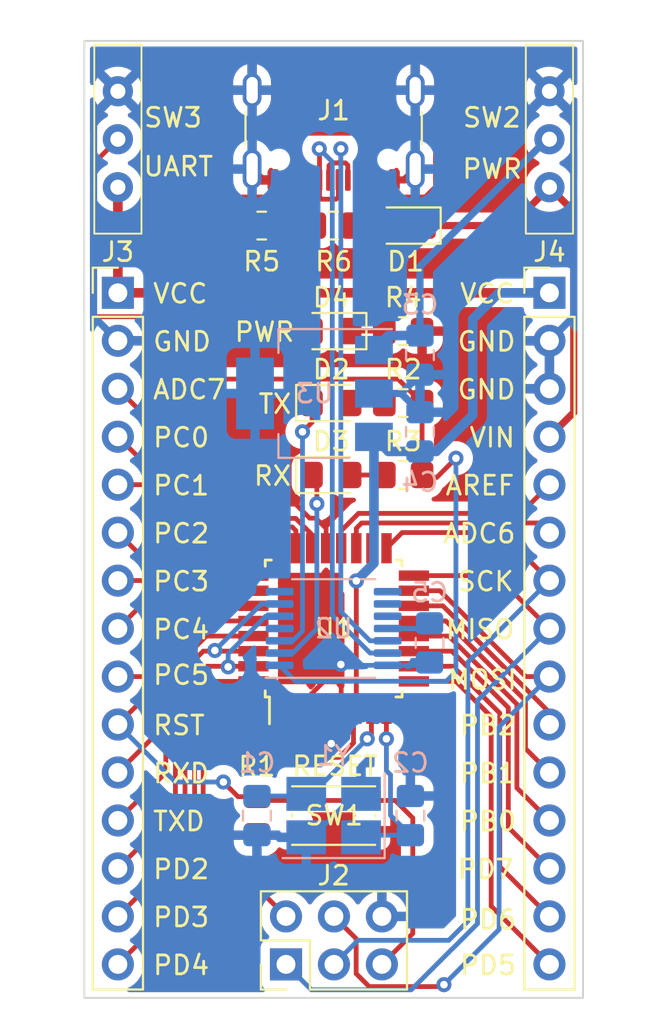
<source format=kicad_pcb>
(kicad_pcb (version 20221018) (generator pcbnew)
  (layers (0 "F.Cu" signal) (31 "B.Cu" signal) (34 "B.Paste" user) (35 "F.Paste" user) (36 "B.SilkS" user "B.Silkscreen") (37 "F.SilkS" user "F.Silkscreen") (38 "B.Mask" user) (39 "F.Mask" user) (44 "Edge.Cuts" user))
  (net 0 "")
  (net 1 "GND")
  (net 2 "Net-(U1-XTAL1{slash}PB6)")
  (net 3 "Net-(U1-XTAL2{slash}PB7)")
  (net 4 "Net-(SW2-B)")
  (net 5 "+3.3V")
  (net 6 "Net-(U2-VUSB)")
  (net 7 "/VIN")
  (net 8 "/VBUS")
  (net 9 "Net-(D2-K)")
  (net 10 "Net-(D2-A)")
  (net 11 "Net-(D3-K)")
  (net 12 "Net-(D3-A)")
  (net 13 "Net-(D4-K)")
  (net 14 "Net-(J1-CC1)")
  (net 15 "/D+")
  (net 16 "/D-")
  (net 18 "Net-(J1-CC2)")
  (net 20 "/MISO")
  (net 21 "/SCK")
  (net 22 "/MOSI")
  (net 23 "/RST")
  (net 24 "/VDD_UART")
  (net 25 "/PD3")
  (net 26 "/PD4")
  (net 27 "/PD5")
  (net 28 "/PD6")
  (net 29 "/PD7")
  (net 30 "/PB0")
  (net 31 "/PB1")
  (net 32 "/PB2")
  (net 33 "/ADC6")
  (net 34 "/AREF")
  (net 35 "/ADC7")
  (net 36 "/PC0")
  (net 37 "/PC1")
  (net 38 "/PC2")
  (net 39 "/PC3")
  (net 40 "/PC4")
  (net 41 "/PC5")
  (net 42 "/RXD")
  (net 43 "/TXD")
  (net 44 "/PD2")
  (footprint "Resistor_SMD:R_0805_2012Metric_Pad1.20x1.40mm_HandSolder" (layer "F.Cu") (at 163.83 87.884 180)
    (fp_text reference "R6")
    (fp_text value "5K1")
  )
  (footprint "Resistor_SMD:R_0805_2012Metric_Pad1.20x1.40mm_HandSolder" (layer "F.Cu") (at 167.513 101.092)
    (fp_text reference "R3")
    (fp_text value "470R")
  )
  (footprint "LED_SMD:LED_0805_2012Metric_Pad1.15x1.40mm_HandSolder" (layer "F.Cu") (at 163.703 93.472 180)
    (fp_text reference "D4")
    (fp_text value "LED_RED")
  )
  (footprint "Resistor_SMD:R_0805_2012Metric_Pad1.20x1.40mm_HandSolder" (layer "F.Cu") (at 160.02 87.884 180)
    (fp_text reference "R5")
    (fp_text value "5K1")
  )
  (footprint "Connector_PinHeader_2.54mm:PinHeader_1x15_P2.54mm_Vertical" (layer "F.Cu") (at 175.26 91.445)
    (fp_text reference "J4")
    (fp_text value "Conn_01x15_Pin")
  )
  (footprint "Connector_PinHeader_2.54mm:PinHeader_2x03_P2.54mm_Vertical" (layer "F.Cu") (at 161.305 127.005 90)
    (fp_text reference "J2")
    (fp_text value "AVR-ISP-6")
  )
  (footprint "LED_SMD:LED_0805_2012Metric_Pad1.15x1.40mm_HandSolder" (layer "F.Cu") (at 163.703 97.282)
    (fp_text reference "D2")
    (fp_text value "YELLOW")
  )
  (footprint "Resistor_SMD:R_0805_2012Metric_Pad1.20x1.40mm_HandSolder" (layer "F.Cu") (at 159.766 119.126 90)
    (fp_text reference "R1")
    (fp_text value "10K")
  )
  (footprint "Resistor_SMD:R_0805_2012Metric_Pad1.20x1.40mm_HandSolder" (layer "F.Cu") (at 167.513 93.472)
    (fp_text reference "R4")
    (fp_text value "470R")
  )
  (footprint "LED_SMD:LED_0805_2012Metric_Pad1.15x1.40mm_HandSolder" (layer "F.Cu") (at 163.703 101.092)
    (fp_text reference "D3")
    (fp_text value "YELLOW")
  )
  (footprint "Button_Switch_SMD:SW_Push_1P1T_NO_CK_KMR2" (layer "F.Cu") (at 163.83 119.126)
    (fp_text reference "SW1")
    (fp_text value "Pushbutton")
  )
  (footprint "devboard:slide_switch" (layer "F.Cu") (at 152.4 83.312 90)
    (fp_text reference "SW3")
    (fp_text value "SPDT")
  )
  (footprint "devboard:slide_switch" (layer "F.Cu") (at 175.26 83.312 90)
    (fp_text reference "SW2")
    (fp_text value "SPDT")
  )
  (footprint "Connector_PinHeader_2.54mm:PinHeader_1x15_P2.54mm_Vertical" (layer "F.Cu") (at 152.4 91.445)
    (fp_text reference "J3")
    (fp_text value "Conn_01x15_Pin")
  )
  (footprint "Resistor_SMD:R_0805_2012Metric_Pad1.20x1.40mm_HandSolder" (layer "F.Cu") (at 167.513 97.282)
    (fp_text reference "R2")
    (fp_text value "470R")
  )
  (footprint "Package_QFP:TQFP-32_7x7mm_P0.8mm" (layer "F.Cu") (at 163.83 109.22 90)
    (fp_text reference "U1")
    (fp_text value "ATmega328P-A")
  )
  (footprint "Diode_SMD:D_0805_2012Metric_Pad1.15x1.40mm_HandSolder" (layer "F.Cu") (at 167.64 87.884 180)
    (fp_text reference "D1")
    (fp_text value "D_Schottky")
  )
  (footprint "Connector_USB:USB_C_Receptacle_GCT_USB4105-xx-A_16P_TopMnt_Horizontal" (layer "F.Cu") (at 163.83 81.788 180)
    (fp_text reference "J1")
    (fp_text value "USB_C_Receptacle_USB2.0_16P")
  )
  (footprint "Package_SO:TSSOP-14_4.4x5mm_P0.65mm" (layer "B.Cu") (at 163.83 109.22)
    (fp_text reference "U2")
    (fp_text value "MCP2221A-I/ST")
  )
  (footprint "Crystal:Crystal_SMD_3225-4Pin_3.2x2.5mm_HandSoldering" (layer "B.Cu") (at 163.83 119.126 180)
    (fp_text reference "Y1")
    (fp_text value "Crystal_GND24")
  )
  (footprint "Package_TO_SOT_SMD:SOT-223-3_TabPin2" (layer "B.Cu") (at 162.814 96.774 180)
    (fp_text reference "U3")
    (fp_text value "MCP1825S")
  )
  (footprint "Capacitor_SMD:C_0805_2012Metric_Pad1.18x1.45mm_HandSolder" (layer "B.Cu") (at 167.894 119.126 -90)
    (fp_text reference "C2")
    (fp_text value "10pF")
  )
  (footprint "Capacitor_SMD:C_0805_2012Metric_Pad1.18x1.45mm_HandSolder" (layer "B.Cu") (at 168.402 94.742 -90)
    (fp_text reference "C3")
    (fp_text value "4.7uF")
  )
  (footprint "Capacitor_SMD:C_0805_2012Metric_Pad1.18x1.45mm_HandSolder" (layer "B.Cu") (at 168.402 98.806 -90)
    (fp_text reference "C4")
    (fp_text value "4.7uF")
  )
  (footprint "Capacitor_SMD:C_0805_2012Metric_Pad1.18x1.45mm_HandSolder" (layer "B.Cu") (at 159.766 119.126 90)
    (fp_text reference "C1")
    (fp_text value "10pF")
  )
  (footprint "Capacitor_SMD:C_0805_2012Metric_Pad1.18x1.45mm_HandSolder" (layer "B.Cu") (at 168.91 109.982 90)
    (fp_text reference "C5")
    (fp_text value "1uF")
  )
  (gr_rect (start 150.622 78.105) (end 177.038 128.778) (stroke (width 0.1)) (fill none) (layer "Edge.Cuts"))
  (gr_text "VCC" (at 170.434 92.075) (layer "F.SilkS") (effects (font (size 1 1)) (justify left bottom)))
  (gr_text "GND" (at 154.178 94.615) (layer "F.SilkS") (effects (font (size 1 1)) (justify left bottom)))
  (gr_text "PC3" (at 154.178 107.315) (layer "F.SilkS") (effects (font (size 1 1)) (justify left bottom)))
  (gr_text "MOSI" (at 169.799 112.522) (layer "F.SilkS") (effects (font (size 1 1)) (justify left bottom)))
  (gr_text "AREF" (at 169.672 102.235) (layer "F.SilkS") (effects (font (size 1 1)) (justify left bottom)))
  (gr_text "PD6" (at 170.434 125.222) (layer "F.SilkS") (effects (font (size 1 1)) (justify left bottom)))
  (gr_text "PB1" (at 170.434 117.475) (layer "F.SilkS") (effects (font (size 1 1)) (justify left bottom)))
  (gr_text "PC2" (at 154.178 104.775) (layer "F.SilkS") (effects (font (size 1 1)) (justify left bottom)))
  (gr_text "RX" (at 159.512 101.727) (layer "F.SilkS") (effects (font (size 1 1)) (justify left bottom)))
  (gr_text "PD3" (at 154.178 125.095) (layer "F.SilkS") (effects (font (size 1 1)) (justify left bottom)))
  (gr_text "PD2" (at 154.178 122.555) (layer "F.SilkS") (effects (font (size 1 1)) (justify left bottom)))
  (gr_text "ADC7" (at 154.178 97.155) (layer "F.SilkS") (effects (font (size 1 1)) (justify left bottom)))
  (gr_text "VCC" (at 154.178 92.075) (layer "F.SilkS") (effects (font (size 1 1)) (justify left bottom)))
  (gr_text "PC1" (at 154.178 102.235) (layer "F.SilkS") (effects (font (size 1 1)) (justify left bottom)))
  (gr_text "PB0" (at 170.434 120.015) (layer "F.SilkS") (effects (font (size 1 1)) (justify left bottom)))
  (gr_text "MISO" (at 169.672 109.855) (layer "F.SilkS") (effects (font (size 1 1)) (justify left bottom)))
  (gr_text "PWR" (at 158.496 94.107) (layer "F.SilkS") (effects (font (size 1 1)) (justify left bottom)))
  (gr_text "ADC6" (at 169.545 104.775) (layer "F.SilkS") (effects (font (size 1 1)) (justify left bottom)))
  (gr_text "PD4" (at 154.178 127.635) (layer "F.SilkS") (effects (font (size 1 1)) (justify left bottom)))
  (gr_text "PC5" (at 154.178 112.268) (layer "F.SilkS") (effects (font (size 1 1)) (justify left bottom)))
  (gr_text "GND" (at 170.307 94.615) (layer "F.SilkS") (effects (font (size 1 1)) (justify left bottom)))
  (gr_text "UART" (at 153.67 85.344) (layer "F.SilkS") (effects (font (size 1 1)) (justify left bottom)))
  (gr_text "PB2" (at 170.434 114.935) (layer "F.SilkS") (effects (font (size 1 1)) (justify left bottom)))
  (gr_text "PD5" (at 170.434 127.635) (layer "F.SilkS") (effects (font (size 1 1)) (justify left bottom)))
  (gr_text "PD7" (at 170.307 122.555) (layer "F.SilkS") (effects (font (size 1 1)) (justify left bottom)))
  (gr_text "GND" (at 170.307 97.155) (layer "F.SilkS") (effects (font (size 1 1)) (justify left bottom)))
  (gr_text "TX" (at 159.766 97.917) (layer "F.SilkS") (effects (font (size 1 1)) (justify left bottom)))
  (gr_text "TXD" (at 154.178 120.015) (layer "F.SilkS") (effects (font (size 1 1)) (justify left bottom)))
  (gr_text "RST" (at 154.178 114.935) (layer "F.SilkS") (effects (font (size 1 1)) (justify left bottom)))
  (gr_text "RXD" (at 154.178 117.475) (layer "F.SilkS") (effects (font (size 1 1)) (justify left bottom)))
  (gr_text "SCK" (at 170.307 107.315) (layer "F.SilkS") (effects (font (size 1 1)) (justify left bottom)))
  (gr_text "VIN" (at 170.942 99.695) (layer "F.SilkS") (effects (font (size 1 1)) (justify left bottom)))
  (gr_text "PWR" (at 170.561 85.471) (layer "F.SilkS") (effects (font (size 1 1)) (justify left bottom)))
  (gr_text "PC0" (at 154.178 99.695) (layer "F.SilkS") (effects (font (size 1 1)) (justify left bottom)))
  (gr_text "RESET" (at 161.544 117.094) (layer "F.SilkS") (effects (font (size 1 1)) (justify left bottom)))
  (gr_text "PC4" (at 154.178 109.855) (layer "F.SilkS") (effects (font (size 1 1)) (justify left bottom)))
  (segment (start 164.23 113.47) (end 164.23 114.789) (width 0.25) (layer "F.Cu") (net 1))
  (segment (start 162.888 103.378) (end 162.56 103.378) (width 0.25) (layer "F.Cu") (net 1))
  (segment (start 162.63 113.47) (end 162.63 112.706) (width 0.25) (layer "F.Cu") (net 1))
  (segment (start 167.575 85.468) (end 168.15 84.893) (width 0.381) (layer "F.Cu") (net 1))
  (segment (start 164.23 111.144) (end 164.211 111.125) (width 0.25) (layer "F.Cu") (net 1))
  (segment (start 164.23 113.47) (end 164.23 111.144) (width 0.25) (layer "F.Cu") (net 1))
  (segment (start 160.085 85.468) (end 159.51 84.893) (width 0.381) (layer "F.Cu") (net 1))
  (segment (start 163.43 103.92) (end 162.888 103.378) (width 0.25) (layer "F.Cu") (net 1))
  (segment (start 163.43 104.97) (end 163.43 103.92) (width 0.25) (layer "F.Cu") (net 1))
  (segment (start 160.63 85.468) (end 160.085 85.468) (width 0.381) (layer "F.Cu") (net 1))
  (segment (start 162.63 112.706) (end 164.211 111.125) (width 0.25) (layer "F.Cu") (net 1))
  (segment (start 162.56 103.378) (end 161.544 102.362) (width 0.25) (layer "F.Cu") (net 1))
  (segment (start 164.23 114.789) (end 163.703 115.316) (width 0.25) (layer "F.Cu") (net 1))
  (segment (start 167.03 85.468) (end 167.575 85.468) (width 0.381) (layer "F.Cu") (net 1))
  (via (at 164.211 111.125) (size 0.8) (drill 0.4) (layers "F.Cu" "B.Cu") (net 1))
  (via (at 163.703 115.316) (size 0.8) (drill 0.4) (layers "F.Cu" "B.Cu") (net 1))
  (segment (start 151.1125 82.0595) (end 151.1125 92.6975) (width 0.381) (layer "B.Cu") (net 1))
  (segment (start 176.5475 82.0595) (end 176.5475 92.6975) (width 0.381) (layer "B.Cu") (net 1))
  (segment (start 162.68 120.276) (end 162.38 120.276) (width 0.25) (layer "B.Cu") (net 1))
  (segment (start 164.256 111.17) (end 166.6925 111.17) (width 0.25) (layer "B.Cu") (net 1))
  (segment (start 165.964 96.774) (end 167.4075 96.774) (width 0.381) (layer "B.Cu") (net 1))
  (segment (start 168.7595 111.17) (end 168.91 111.0195) (width 0.254) (layer "B.Cu") (net 1))
  (segment (start 175.26 80.772) (end 176.5475 82.0595) (width 0.381) (layer "B.Cu") (net 1))
  (segment (start 164.98 117.976) (end 162.68 120.276) (width 0.25) (layer "B.Cu") (net 1))
  (segment (start 167.4075 96.774) (end 168.402 97.7685) (width 0.381) (layer "B.Cu") (net 1))
  (segment (start 166.6925 111.17) (end 168.7595 111.17) (width 0.254) (layer "B.Cu") (net 1))
  (segment (start 176.5475 92.6975) (end 175.26 93.985) (width 0.381) (layer "B.Cu") (net 1))
  (segment (start 165.28 117.976) (end 164.98 117.976) (width 0.25) (layer "B.Cu") (net 1))
  (segment (start 164.211 111.125) (end 164.256 111.17) (width 0.25) (layer "B.Cu") (net 1))
  (segment (start 167.4075 96.774) (end 168.402 95.7795) (width 0.381) (layer "B.Cu") (net 1))
  (segment (start 151.1125 92.6975) (end 152.4 93.985) (width 0.381) (layer "B.Cu") (net 1))
  (segment (start 152.4 80.772) (end 151.1125 82.0595) (width 0.381) (layer "B.Cu") (net 1))
  (segment (start 165.83 114.84) (end 165.83 113.47) (width 0.254) (layer "F.Cu") (net 2))
  (segment (start 165.608 115.062) (end 165.83 114.84) (width 0.254) (layer "F.Cu") (net 2))
  (via (at 165.608 115.062) (size 0.8) (drill 0.4) (layers "F.Cu" "B.Cu") (net 2))
  (segment (start 162.2675 118.0885) (end 162.38 117.976) (width 0.254) (layer "B.Cu") (net 2))
  (segment (start 159.766 118.0885) (end 162.2675 118.0885) (width 0.254) (layer "B.Cu") (net 2))
  (segment (start 162.694 117.976) (end 162.38 117.976) (width 0.254) (layer "B.Cu") (net 2))
  (segment (start 165.608 115.062) (end 162.694 117.976) (width 0.254) (layer "B.Cu") (net 2))
  (segment (start 166.624 113.476) (end 166.63 113.47) (width 0.254) (layer "F.Cu") (net 3))
  (segment (start 166.624 115.062) (end 166.624 113.476) (width 0.254) (layer "F.Cu") (net 3))
  (via (at 166.624 115.062) (size 0.8) (drill 0.4) (layers "F.Cu" "B.Cu") (net 3))
  (segment (start 166.624 116.749) (end 166.842 116.967) (width 0.254) (layer "B.Cu") (net 3))
  (segment (start 166.842 116.967) (end 166.842 119.1115) (width 0.254) (layer "B.Cu") (net 3))
  (segment (start 166.842 119.1115) (end 167.894 120.1635) (width 0.254) (layer "B.Cu") (net 3))
  (segment (start 165.3925 120.1635) (end 165.28 120.276) (width 0.254) (layer "B.Cu") (net 3))
  (segment (start 166.624 115.062) (end 166.624 116.749) (width 0.254) (layer "B.Cu") (net 3))
  (segment (start 167.894 120.1635) (end 165.3925 120.1635) (width 0.254) (layer "B.Cu") (net 3))
  (segment (start 175.133 83.312) (end 168.402 90.043) (width 0.381) (layer "B.Cu") (net 4))
  (segment (start 168.402 90.043) (end 168.402 93.7045) (width 0.381) (layer "B.Cu") (net 4))
  (segment (start 166.7335 93.7045) (end 165.964 94.474) (width 0.508) (layer "B.Cu") (net 4))
  (segment (start 175.26 83.312) (end 175.133 83.312) (width 0.381) (layer "B.Cu") (net 4))
  (segment (start 168.402 93.7045) (end 166.7335 93.7045) (width 0.508) (layer "B.Cu") (net 4))
  (segment (start 157.464 120.126) (end 159.766 120.126) (width 0.254) (layer "F.Cu") (net 5))
  (segment (start 164.119 116.043) (end 164.881 115.281) (width 0.254) (layer "F.Cu") (net 5))
  (segment (start 162.433 115.062) (end 162.433 115.074134) (width 0.254) (layer "F.Cu") (net 5))
  (segment (start 162.433 115.074134) (end 163.401866 116.043) (width 0.254) (layer "F.Cu") (net 5))
  (segment (start 164.881 115.281) (end 164.881 113.619) (width 0.254) (layer "F.Cu") (net 5))
  (segment (start 152.4 91.445) (end 162.687 91.445) (width 0.508) (layer "F.Cu") (net 5))
  (segment (start 162.687 91.445) (end 162.678 91.454) (width 0.508) (layer "F.Cu") (net 5))
  (segment (start 163.43 114.524) (end 162.892 115.062) (width 0.254) (layer "F.Cu") (net 5))
  (segment (start 164.881 113.619) (end 165.03 113.47) (width 0.254) (layer "F.Cu") (net 5))
  (segment (start 156.918 115.624) (end 156.918 119.58) (width 0.254) (layer "F.Cu") (net 5))
  (segment (start 162.687 91.445) (end 175.26 91.445) (width 0.508) (layer "F.Cu") (net 5))
  (segment (start 165.03 110.236) (end 165.03 108.458) (width 0.254) (layer "F.Cu") (net 5))
  (segment (start 157.48 115.062) (end 156.918 115.624) (width 0.254) (layer "F.Cu") (net 5))
  (segment (start 152.4 85.852) (end 152.4 91.445) (width 0.508) (layer "F.Cu") (net 5))
  (segment (start 165.03 106.699) (end 165.83 105.899) (width 0.254) (layer "F.Cu") (net 5))
  (segment (start 165.03 108.458) (end 165.03 106.699) (width 0.254) (layer "F.Cu") (net 5))
  (segment (start 163.43 113.47) (end 163.43 114.524) (width 0.254) (layer "F.Cu") (net 5))
  (segment (start 162.433 115.062) (end 157.48 115.062) (width 0.254) (layer "F.Cu") (net 5))
  (segment (start 163.401866 116.043) (end 164.119 116.043) (width 0.254) (layer "F.Cu") (net 5))
  (segment (start 165.03 113.47) (end 165.03 110.236) (width 0.254) (layer "F.Cu") (net 5))
  (segment (start 162.892 115.062) (end 162.433 115.062) (width 0.254) (layer "F.Cu") (net 5))
  (segment (start 162.678 91.454) (end 162.678 93.472) (width 0.508) (layer "F.Cu") (net 5))
  (segment (start 156.918 119.58) (end 157.464 120.126) (width 0.254) (layer "F.Cu") (net 5))
  (segment (start 159.766 122.926) (end 161.305 124.465) (width 0.254) (layer "F.Cu") (net 5))
  (segment (start 159.766 120.126) (end 159.766 122.926) (width 0.254) (layer "F.Cu") (net 5))
  (segment (start 165.83 105.899) (end 165.83 104.97) (width 0.254) (layer "F.Cu") (net 5))
  (via (at 165.03 106.699) (size 0.8) (drill 0.4) (layers "F.Cu" "B.Cu") (net 5))
  (segment (start 168.402 99.8435) (end 166.7335 99.8435) (width 0.508) (layer "B.Cu") (net 5))
  (segment (start 165.964 99.074) (end 165.964 105.765) (width 0.508) (layer "B.Cu") (net 5))
  (segment (start 166.7335 99.8435) (end 165.964 99.074) (width 0.508) (layer "B.Cu") (net 5))
  (segment (start 172.588 91.445) (end 175.26 91.445) (width 0.508) (layer "B.Cu") (net 5))
  (segment (start 169.2695 99.8435) (end 171.196 97.917) (width 0.508) (layer "B.Cu") (net 5))
  (segment (start 165.964 105.765) (end 165.03 106.699) (width 0.508) (layer "B.Cu") (net 5))
  (segment (start 171.196 97.917) (end 171.196 92.837) (width 0.508) (layer "B.Cu") (net 5))
  (segment (start 171.196 92.837) (end 172.588 91.445) (width 0.508) (layer "B.Cu") (net 5))
  (segment (start 168.402 99.8435) (end 169.2695 99.8435) (width 0.508) (layer "B.Cu") (net 5))
  (segment (start 168.6345 109.22) (end 166.6925 109.22) (width 0.254) (layer "B.Cu") (net 6))
  (segment (start 168.91 108.9445) (end 168.6345 109.22) (width 0.254) (layer "B.Cu") (net 6))
  (segment (start 168.665 87.884) (end 173.228 87.884) (width 0.381) (layer "F.Cu") (net 7))
  (segment (start 176.5475 97.7775) (end 175.26 99.065) (width 0.381) (layer "F.Cu") (net 7))
  (segment (start 176.5475 87.1395) (end 176.5475 97.7775) (width 0.381) (layer "F.Cu") (net 7))
  (segment (start 175.26 85.852) (end 176.5475 87.1395) (width 0.381) (layer "F.Cu") (net 7))
  (segment (start 173.228 87.884) (end 175.26 85.852) (width 0.381) (layer "F.Cu") (net 7))
  (segment (start 166.23 87.499) (end 166.615 87.884) (width 0.381) (layer "F.Cu") (net 8))
  (segment (start 166.23 86.042999) (end 166.23 85.468) (width 0.381) (layer "F.Cu") (net 8))
  (segment (start 161.43 85.468) (end 161.43 86.042999) (width 0.381) (layer "F.Cu") (net 8))
  (segment (start 161.43 86.042999) (end 161.039499 86.4335) (width 0.381) (layer "F.Cu") (net 8))
  (segment (start 169.291 83.693) (end 169.291 85.852) (width 0.381) (layer "F.Cu") (net 8))
  (segment (start 161.039499 86.4335) (end 158.8235 86.4335) (width 0.381) (layer "F.Cu") (net 8))
  (segment (start 169.291 85.852) (end 168.7095 86.4335) (width 0.381) (layer "F.Cu") (net 8))
  (segment (start 158.8235 86.4335) (end 158.242 85.852) (width 0.381) (layer "F.Cu") (net 8))
  (segment (start 158.242 85.852) (end 158.242 83.693) (width 0.381) (layer "F.Cu") (net 8))
  (segment (start 159.004 82.931) (end 168.529 82.931) (width 0.381) (layer "F.Cu") (net 8))
  (segment (start 166.23 85.468) (end 166.23 87.499) (width 0.381) (layer "F.Cu") (net 8))
  (segment (start 168.529 82.931) (end 169.291 83.693) (width 0.381) (layer "F.Cu") (net 8))
  (segment (start 158.242 83.693) (end 159.004 82.931) (width 0.381) (layer "F.Cu") (net 8))
  (segment (start 166.620501 86.4335) (end 166.23 86.042999) (width 0.381) (layer "F.Cu") (net 8))
  (segment (start 168.7095 86.4335) (end 166.620501 86.4335) (width 0.381) (layer "F.Cu") (net 8))
  (segment (start 162.179 98.806) (end 162.687 98.298) (width 0.254) (layer "F.Cu") (net 9))
  (segment (start 162.687 98.298) (end 162.687 97.291) (width 0.254) (layer "F.Cu") (net 9))
  (segment (start 162.687 97.291) (end 162.678 97.282) (width 0.254) (layer "F.Cu") (net 9))
  (via (at 162.179 98.806) (size 0.8) (drill 0.4) (layers "F.Cu" "B.Cu") (net 9))
  (segment (start 162.179 98.806) (end 162.179 109.35264) (width 0.254) (layer "B.Cu") (net 9))
  (segment (start 162.179 109.35264) (end 161.66164 109.87) (width 0.254) (layer "B.Cu") (net 9))
  (segment (start 161.66164 109.87) (end 160.9675 109.87) (width 0.254) (layer "B.Cu") (net 9))
  (segment (start 166.513 97.282) (end 164.728 97.282) (width 0.254) (layer "F.Cu") (net 10))
  (segment (start 162.941 102.616) (end 162.941 101.355) (width 0.254) (layer "F.Cu") (net 11))
  (segment (start 162.941 101.355) (end 162.678 101.092) (width 0.254) (layer "F.Cu") (net 11))
  (via (at 162.941 102.616) (size 0.8) (drill 0.4) (layers "F.Cu" "B.Cu") (net 11))
  (segment (start 162.032 110.14964) (end 162.032 110.141693) (width 0.254) (layer "B.Cu") (net 11))
  (segment (start 161.66164 110.52) (end 162.032 110.14964) (width 0.254) (layer "B.Cu") (net 11))
  (segment (start 162.941 109.232693) (end 162.941 102.616) (width 0.254) (layer "B.Cu") (net 11))
  (segment (start 160.9675 110.52) (end 161.66164 110.52) (width 0.254) (layer "B.Cu") (net 11))
  (segment (start 162.032 110.141693) (end 162.941 109.232693) (width 0.254) (layer "B.Cu") (net 11))
  (segment (start 166.513 101.092) (end 164.728 101.092) (width 0.254) (layer "F.Cu") (net 12))
  (segment (start 166.513 93.472) (end 164.728 93.472) (width 0.254) (layer "F.Cu") (net 13))
  (segment (start 165.08 87.634) (end 164.83 87.884) (width 0.254) (layer "F.Cu") (net 14))
  (segment (start 165.08 85.468) (end 165.08 87.634) (width 0.254) (layer "F.Cu") (net 14))
  (segment (start 163.08 83.832) (end 163.068 83.82) (width 0.254) (layer "F.Cu") (net 15))
  (segment (start 163.08 85.468) (end 163.08 86.372) (width 0.254) (layer "F.Cu") (net 15))
  (segment (start 164.08 86.364) (end 164.08 85.468) (width 0.254) (layer "F.Cu") (net 15))
  (segment (start 163.08 85.468) (end 163.08 83.832) (width 0.254) (layer "F.Cu") (net 15))
  (segment (start 163.195 86.487) (end 163.957 86.487) (width 0.254) (layer "F.Cu") (net 15))
  (segment (start 163.957 86.487) (end 164.08 86.364) (width 0.254) (layer "F.Cu") (net 15))
  (segment (start 163.08 86.372) (end 163.195 86.487) (width 0.254) (layer "F.Cu") (net 15))
  (via (at 163.068 83.82) (size 0.8) (drill 0.4) (layers "F.Cu" "B.Cu") (net 15))
  (segment (start 163.757 84.509) (end 163.757 108.516693) (width 0.254) (layer "B.Cu") (net 15))
  (segment (start 163.068 83.82) (end 163.757 84.509) (width 0.254) (layer "B.Cu") (net 15))
  (segment (start 165.760308 110.52) (end 166.6925 110.52) (width 0.254) (layer "B.Cu") (net 15))
  (segment (start 163.757 108.516693) (end 165.760308 110.52) (width 0.254) (layer "B.Cu") (net 15))
  (segment (start 164.58 84.689) (end 164.58 85.468) (width 0.254) (layer "F.Cu") (net 16))
  (segment (start 163.58 85.468) (end 163.58 84.709) (width 0.254) (layer "F.Cu") (net 16))
  (segment (start 164.1 84.566) (end 164.211 84.455) (width 0.254) (layer "F.Cu") (net 16))
  (segment (start 164.457 84.566) (end 164.58 84.689) (width 0.254) (layer "F.Cu") (net 16))
  (segment (start 164.211 84.455) (end 164.211 83.82) (width 0.254) (layer "F.Cu") (net 16))
  (segment (start 163.723 84.566) (end 164.457 84.566) (width 0.254) (layer "F.Cu") (net 16))
  (segment (start 163.723 84.566) (end 164.1 84.566) (width 0.254) (layer "F.Cu") (net 16))
  (segment (start 163.58 84.709) (end 163.723 84.566) (width 0.254) (layer "F.Cu") (net 16))
  (via (at 164.211 83.82) (size 0.8) (drill 0.4) (layers "F.Cu" "B.Cu") (net 16))
  (segment (start 164.211 108.32864) (end 165.75236 109.87) (width 0.254) (layer "B.Cu") (net 16))
  (segment (start 165.75236 109.87) (end 166.6925 109.87) (width 0.254) (layer "B.Cu") (net 16))
  (segment (start 164.211 83.82) (end 164.211 108.32864) (width 0.254) (layer "B.Cu") (net 16))
  (segment (start 162.08 86.824) (end 161.02 87.884) (width 0.254) (layer "F.Cu") (net 18))
  (segment (start 162.08 85.468) (end 162.08 86.824) (width 0.254) (layer "F.Cu") (net 18))
  (segment (start 175.26 109.225) (end 172.455 106.42) (width 0.254) (layer "F.Cu") (net 20))
  (segment (start 172.455 106.42) (end 168.08 106.42) (width 0.254) (layer "F.Cu") (net 20))
  (segment (start 171.45 113.035) (end 171.45 124.848052) (width 0.254) (layer "B.Cu") (net 20))
  (segment (start 170.107 126.184) (end 167.94 128.351) (width 0.254) (layer "B.Cu") (net 20))
  (segment (start 170.114052 126.184) (end 170.107 126.184) (width 0.254) (layer "B.Cu") (net 20))
  (segment (start 162.651 128.351) (end 161.305 127.005) (width 0.254) (layer "B.Cu") (net 20))
  (segment (start 175.26 109.225) (end 171.45 113.035) (width 0.254) (layer "B.Cu") (net 20))
  (segment (start 167.94 128.351) (end 162.651 128.351) (width 0.254) (layer "B.Cu") (net 20))
  (segment (start 171.45 124.848052) (end 170.114052 126.184) (width 0.254) (layer "B.Cu") (net 20))
  (segment (start 167.46 104.14) (end 166.63 104.97) (width 0.254) (layer "F.Cu") (net 21))
  (segment (start 172.715 104.14) (end 167.46 104.14) (width 0.254) (layer "F.Cu") (net 21))
  (segment (start 175.26 106.685) (end 172.715 104.14) (width 0.254) (layer "F.Cu") (net 21))
  (segment (start 169.926 125.73) (end 165.12 125.73) (width 0.254) (layer "B.Cu") (net 21))
  (segment (start 175.26 106.685) (end 170.942 111.003) (width 0.254) (layer "B.Cu") (net 21))
  (segment (start 170.942 124.714) (end 169.926 125.73) (width 0.254) (layer "B.Cu") (net 21))
  (segment (start 170.942 111.003) (end 170.942 124.714) (width 0.254) (layer "B.Cu") (net 21))
  (segment (start 165.12 125.73) (end 163.845 127.005) (width 0.254) (layer "B.Cu") (net 21))
  (segment (start 165.71147 128.182) (end 165.022 127.49253) (width 0.254) (layer "F.Cu") (net 22))
  (segment (start 165.022 127.49253) (end 165.022 125.642) (width 0.254) (layer "F.Cu") (net 22))
  (segment (start 175.26 111.765) (end 174.002052 111.765) (width 0.254) (layer "F.Cu") (net 22))
  (segment (start 174.002052 111.765) (end 169.457052 107.22) (width 0.254) (layer "F.Cu") (net 22))
  (segment (start 169.672 128.078) (end 169.568 128.182) (width 0.254) (layer "F.Cu") (net 22))
  (segment (start 165.022 125.642) (end 163.845 124.465) (width 0.254) (layer "F.Cu") (net 22))
  (segment (start 169.568 128.182) (end 165.71147 128.182) (width 0.254) (layer "F.Cu") (net 22))
  (segment (start 169.457052 107.22) (end 168.08 107.22) (width 0.254) (layer "F.Cu") (net 22))
  (via (at 169.672 128.078) (size 0.8) (drill 0.4) (layers "F.Cu" "B.Cu") (net 22))
  (segment (start 172.593 114.432) (end 175.26 111.765) (width 0.254) (layer "B.Cu") (net 22))
  (segment (start 172.593 125.157) (end 172.593 114.432) (width 0.254) (layer "B.Cu") (net 22))
  (segment (start 169.672 128.078) (end 172.593 125.157) (width 0.254) (layer "B.Cu") (net 22))
  (segment (start 152.4 114.305) (end 152.4 114.3) (width 0.254) (layer "F.Cu") (net 23))
  (segment (start 157.08 109.62) (end 159.58 109.62) (width 0.254) (layer "F.Cu") (net 23))
  (segment (start 152.4 114.3) (end 157.08 109.62) (width 0.254) (layer "F.Cu") (net 23))
  (segment (start 159.966 118.326) (end 159.766 118.126) (width 0.254) (layer "F.Cu") (net 23))
  (segment (start 165.88 118.326) (end 167.094 118.326) (width 0.254) (layer "F.Cu") (net 23))
  (segment (start 161.78 118.326) (end 159.966 118.326) (width 0.254) (layer "F.Cu") (net 23))
  (segment (start 159.766 118.126) (end 158.766 118.126) (width 0.254) (layer "F.Cu") (net 23))
  (segment (start 168.021 125.369) (end 166.385 127.005) (width 0.254) (layer "F.Cu") (net 23))
  (segment (start 165.88 118.326) (end 161.78 118.326) (width 0.254) (layer "F.Cu") (net 23))
  (segment (start 167.094 118.326) (end 168.021 119.253) (width 0.254) (layer "F.Cu") (net 23))
  (segment (start 168.021 119.253) (end 168.021 125.369) (width 0.254) (layer "F.Cu") (net 23))
  (segment (start 158.766 118.126) (end 157.988 117.348) (width 0.254) (layer "F.Cu") (net 23))
  (via (at 157.988 117.348) (size 0.8) (drill 0.4) (layers "F.Cu" "B.Cu") (net 23))
  (segment (start 155.443 117.348) (end 152.4 114.305) (width 0.254) (layer "B.Cu") (net 23))
  (segment (start 157.988 117.348) (end 155.443 117.348) (width 0.254) (layer "B.Cu") (net 23))
  (segment (start 151.049 84.663) (end 151.049 92.71) (width 0.254) (layer "F.Cu") (net 24))
  (segment (start 152.4 83.312) (end 151.049 84.663) (width 0.254) (layer "F.Cu") (net 24))
  (segment (start 153.67 92.71) (end 156.972 96.012) (width 0.254) (layer "F.Cu") (net 24))
  (segment (start 156.972 96.012) (end 167.243 96.012) (width 0.254) (layer "F.Cu") (net 24))
  (segment (start 167.243 96.012) (end 168.513 97.282) (width 0.254) (layer "F.Cu") (net 24))
  (segment (start 169.291 101.219) (end 168.64 101.219) (width 0.254) (layer "F.Cu") (net 24))
  (segment (start 170.307 100.203) (end 169.291 101.219) (width 0.254) (layer "F.Cu") (net 24))
  (segment (start 168.513 97.282) (end 168.513 101.092) (width 0.254) (layer "F.Cu") (net 24))
  (segment (start 168.64 101.219) (end 168.513 101.092) (width 0.254) (layer "F.Cu") (net 24))
  (segment (start 151.049 92.71) (end 153.67 92.71) (width 0.254) (layer "F.Cu") (net 24))
  (via (at 170.307 100.203) (size 0.8) (drill 0.4) (layers "F.Cu" "B.Cu") (net 24))
  (segment (start 170.307 100.203) (end 170.307 111.506) (width 0.254) (layer "B.Cu") (net 24))
  (segment (start 161.8115 112.014) (end 160.9675 111.17) (width 0.254) (layer "B.Cu") (net 24))
  (segment (start 170.307 111.506) (end 169.799 112.014) (width 0.254) (layer "B.Cu") (net 24))
  (segment (start 169.799 112.014) (end 161.8115 112.014) (width 0.254) (layer "B.Cu") (net 24))
  (segment (start 160.962 113.538) (end 157.226 113.538) (width 0.254) (layer "F.Cu") (net 25))
  (segment (start 155.956 114.808) (end 155.956 120.904) (width 0.254) (layer "F.Cu") (net 25))
  (segment (start 157.226 113.538) (end 155.956 114.808) (width 0.254) (layer "F.Cu") (net 25))
  (segment (start 155.956 120.904) (end 152.4 124.46) (width 0.254) (layer "F.Cu") (net 25))
  (segment (start 161.03 113.47) (end 160.962 113.538) (width 0.254) (layer "F.Cu") (net 25))
  (segment (start 152.4 124.46) (end 152.4 124.465) (width 0.254) (layer "F.Cu") (net 25))
  (segment (start 156.464 122.936) (end 156.464 115.316) (width 0.254) (layer "F.Cu") (net 26))
  (segment (start 161.632 114.597) (end 161.83 114.399) (width 0.254) (layer "F.Cu") (net 26))
  (segment (start 152.4 127.005) (end 152.4 127) (width 0.254) (layer "F.Cu") (net 26))
  (segment (start 157.183 114.597) (end 161.632 114.597) (width 0.254) (layer "F.Cu") (net 26))
  (segment (start 152.4 127) (end 156.464 122.936) (width 0.254) (layer "F.Cu") (net 26))
  (segment (start 156.464 115.316) (end 157.183 114.597) (width 0.254) (layer "F.Cu") (net 26))
  (segment (start 161.83 114.399) (end 161.83 113.47) (width 0.254) (layer "F.Cu") (net 26))
  (segment (start 172.174 123.919) (end 175.26 127.005) (width 0.254) (layer "F.Cu") (net 27))
  (segment (start 168.08 112.02) (end 170.305948 112.02) (width 0.254) (layer "F.Cu") (net 27))
  (segment (start 172.174 113.888052) (end 172.174 123.919) (width 0.254) (layer "F.Cu") (net 27))
  (segment (start 170.305948 112.02) (end 172.174 113.888052) (width 0.254) (layer "F.Cu") (net 27))
  (segment (start 170.148 111.22) (end 172.628 113.7) (width 0.254) (layer "F.Cu") (net 28))
  (segment (start 168.08 111.22) (end 170.148 111.22) (width 0.254) (layer "F.Cu") (net 28))
  (segment (start 172.628 113.7) (end 172.628 121.833) (width 0.254) (layer "F.Cu") (net 28))
  (segment (start 172.628 121.833) (end 175.26 124.465) (width 0.254) (layer "F.Cu") (net 28))
  (segment (start 170.088844 110.42) (end 168.08 110.42) (width 0.254) (layer "F.Cu") (net 29))
  (segment (start 173.082 113.413156) (end 170.088844 110.42) (width 0.254) (layer "F.Cu") (net 29))
  (segment (start 175.26 121.925) (end 173.082 119.747) (width 0.254) (layer "F.Cu") (net 29))
  (segment (start 173.082 119.747) (end 173.082 113.413156) (width 0.254) (layer "F.Cu") (net 29))
  (segment (start 173.536 117.661) (end 173.536 113.225104) (width 0.254) (layer "F.Cu") (net 30))
  (segment (start 173.536 113.225104) (end 169.930896 109.62) (width 0.254) (layer "F.Cu") (net 30))
  (segment (start 169.930896 109.62) (end 168.08 109.62) (width 0.254) (layer "F.Cu") (net 30))
  (segment (start 175.26 119.385) (end 173.536 117.661) (width 0.254) (layer "F.Cu") (net 30))
  (segment (start 173.99 115.575) (end 173.99 113.037052) (width 0.254) (layer "F.Cu") (net 31))
  (segment (start 175.26 116.845) (end 173.99 115.575) (width 0.254) (layer "F.Cu") (net 31))
  (segment (start 173.99 113.037052) (end 169.772948 108.82) (width 0.254) (layer "F.Cu") (net 31))
  (segment (start 169.772948 108.82) (end 168.08 108.82) (width 0.254) (layer "F.Cu") (net 31))
  (segment (start 175.26 114.305) (end 175.26 113.665) (width 0.254) (layer "F.Cu") (net 32))
  (segment (start 175.26 113.665) (end 169.615 108.02) (width 0.254) (layer "F.Cu") (net 32))
  (segment (start 169.615 108.02) (end 168.08 108.02) (width 0.254) (layer "F.Cu") (net 32))
  (segment (start 175.26 104.145) (end 174.747 103.632) (width 0.254) (layer "F.Cu") (net 33))
  (segment (start 174.747 103.632) (end 165.314 103.632) (width 0.254) (layer "F.Cu") (net 33))
  (segment (start 165.314 103.632) (end 165.03 103.916) (width 0.254) (layer "F.Cu") (net 33))
  (segment (start 165.03 103.916) (end 165.03 104.97) (width 0.254) (layer "F.Cu") (net 33))
  (segment (start 165.147 103.124) (end 164.23 104.041) (width 0.254) (layer "F.Cu") (net 34))
  (segment (start 175.26 101.605) (end 173.741 103.124) (width 0.254) (layer "F.Cu") (net 34))
  (segment (start 173.741 103.124) (end 165.147 103.124) (width 0.254) (layer "F.Cu") (net 34))
  (segment (start 164.23 104.041) (end 164.23 104.97) (width 0.254) (layer "F.Cu") (net 34))
  (segment (start 154.178 100.076) (end 157.491 103.389) (width 0.254) (layer "F.Cu") (net 35))
  (segment (start 154.178 98.303) (end 154.178 100.076) (width 0.254) (layer "F.Cu") (net 35))
  (segment (start 157.491 103.389) (end 161.820052 103.389) (width 0.254) (layer "F.Cu") (net 35))
  (segment (start 152.4 96.525) (end 154.178 98.303) (width 0.254) (layer "F.Cu") (net 35))
  (segment (start 161.820052 103.389) (end 162.63 104.198948) (width 0.254) (layer "F.Cu") (net 35))
  (segment (start 162.63 104.198948) (end 162.63 104.97) (width 0.254) (layer "F.Cu") (net 35))
  (segment (start 161.632 103.843) (end 161.83 104.041) (width 0.254) (layer "F.Cu") (net 36))
  (segment (start 157.183 103.843) (end 161.632 103.843) (width 0.254) (layer "F.Cu") (net 36))
  (segment (start 152.4 99.065) (end 152.405 99.065) (width 0.254) (layer "F.Cu") (net 36))
  (segment (start 161.83 104.041) (end 161.83 104.97) (width 0.254) (layer "F.Cu") (net 36))
  (segment (start 152.405 99.065) (end 157.183 103.843) (width 0.254) (layer "F.Cu") (net 36))
  (segment (start 152.4 101.605) (end 154.183 101.605) (width 0.254) (layer "F.Cu") (net 37))
  (segment (start 156.875 104.297) (end 160.357 104.297) (width 0.254) (layer "F.Cu") (net 37))
  (segment (start 154.183 101.605) (end 156.875 104.297) (width 0.254) (layer "F.Cu") (net 37))
  (segment (start 160.357 104.297) (end 161.03 104.97) (width 0.254) (layer "F.Cu") (net 37))
  (segment (start 152.4 104.145) (end 154.675 106.42) (width 0.254) (layer "F.Cu") (net 38))
  (segment (start 154.675 106.42) (end 159.58 106.42) (width 0.254) (layer "F.Cu") (net 38))
  (segment (start 154.21 107.22) (end 159.58 107.22) (width 0.254) (layer "F.Cu") (net 39))
  (segment (start 152.4 106.685) (end 152.405 106.68) (width 0.254) (layer "F.Cu") (net 39))
  (segment (start 153.67 106.68) (end 154.21 107.22) (width 0.254) (layer "F.Cu") (net 39))
  (segment (start 152.405 106.68) (end 153.67 106.68) (width 0.254) (layer "F.Cu") (net 39))
  (segment (start 153.675 107.95) (end 159.51 107.95) (width 0.254) (layer "F.Cu") (net 40))
  (segment (start 159.51 107.95) (end 159.58 108.02) (width 0.254) (layer "F.Cu") (net 40))
  (segment (start 152.4 109.225) (end 153.675 107.95) (width 0.254) (layer "F.Cu") (net 40))
  (segment (start 157.237948 108.82) (end 159.58 108.82) (width 0.254) (layer "F.Cu") (net 41))
  (segment (start 152.4 111.765) (end 154.292948 111.765) (width 0.254) (layer "F.Cu") (net 41))
  (segment (start 154.292948 111.765) (end 157.237948 108.82) (width 0.254) (layer "F.Cu") (net 41))
  (segment (start 154.305 113.037052) (end 156.922052 110.42) (width 0.254) (layer "F.Cu") (net 42))
  (segment (start 156.922052 110.42) (end 159.58 110.42) (width 0.254) (layer "F.Cu") (net 42))
  (segment (start 152.4 116.845) (end 154.305 114.94) (width 0.254) (layer "F.Cu") (net 42))
  (segment (start 154.305 114.94) (end 154.305 113.037052) (width 0.254) (layer "F.Cu") (net 42))
  (via (at 157.53652 110.382423) (size 0.8) (drill 0.4) (layers "F.Cu" "B.Cu") (net 42))
  (segment (start 159.998943 107.92) (end 160.9675 107.92) (width 0.254) (layer "B.Cu") (net 42))
  (segment (start 157.53652 110.382423) (end 159.998943 107.92) (width 0.254) (layer "B.Cu") (net 42))
  (segment (start 156.764104 111.22) (end 159.58 111.22) (width 0.254) (layer "F.Cu") (net 43))
  (segment (start 154.94 113.044104) (end 156.764104 111.22) (width 0.254) (layer "F.Cu") (net 43))
  (segment (start 154.94 116.845) (end 154.94 113.044104) (width 0.254) (layer "F.Cu") (net 43))
  (segment (start 152.4 119.385) (end 154.94 116.845) (width 0.254) (layer "F.Cu") (net 43))
  (via (at 158.242 111.252) (size 0.8) (drill 0.4) (layers "F.Cu" "B.Cu") (net 43))
  (segment (start 160.230001 108.57) (end 160.9675 108.57) (width 0.254) (layer "B.Cu") (net 43))
  (segment (start 158.242 110.558001) (end 160.230001 108.57) (width 0.254) (layer "B.Cu") (net 43))
  (segment (start 158.242 111.252) (end 158.242 110.558001) (width 0.254) (layer "B.Cu") (net 43))
  (segment (start 155.448 113.284) (end 155.448 118.877) (width 0.254) (layer "F.Cu") (net 44))
  (segment (start 155.448 118.877) (end 152.4 121.925) (width 0.254) (layer "F.Cu") (net 44))
  (segment (start 159.58 112.02) (end 156.712 112.02) (width 0.254) (layer "F.Cu") (net 44))
  (segment (start 156.712 112.02) (end 155.448 113.284) (width 0.254) (layer "F.Cu") (net 44))
  (zone (net 1) (net_name "GND") (layers "F&B.Cu") (connect_pads (clearance 0.5)) (min_thickness 0.25) (fill yes (thermal_gap 0.5) (thermal_bridge_width 0.5) (smoothing fillet) (radius 0.254))
    (polygon (pts (xy 150.622 128.778) (xy 150.622 78.105) (xy 177.038 78.105) (xy 177.038 128.778)))
  )
)
</source>
